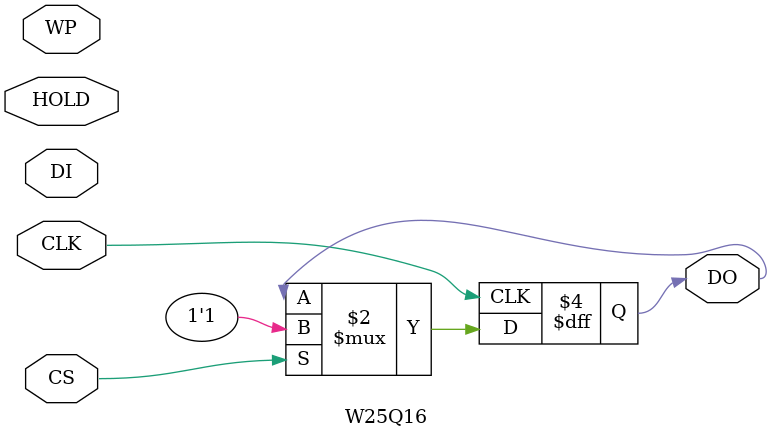
<source format=v>

module W25Q16 (
	input		CS,		// 1 // chip select input
	output reg	DO,		// 2 // data output
	input		WP,		// 3 // write protect input
						// 4 // GND
	input		DI,		// 5 // data input
	input		CLK,	// 6 // serial clock input
	input		HOLD	// 7 // hold input
						// 8 // VCCd
);

always @(posedge CLK) begin
	if (CS) begin
		// Device is deselected
		DO <= 1'b1;
		
	end
end

endmodule

</source>
